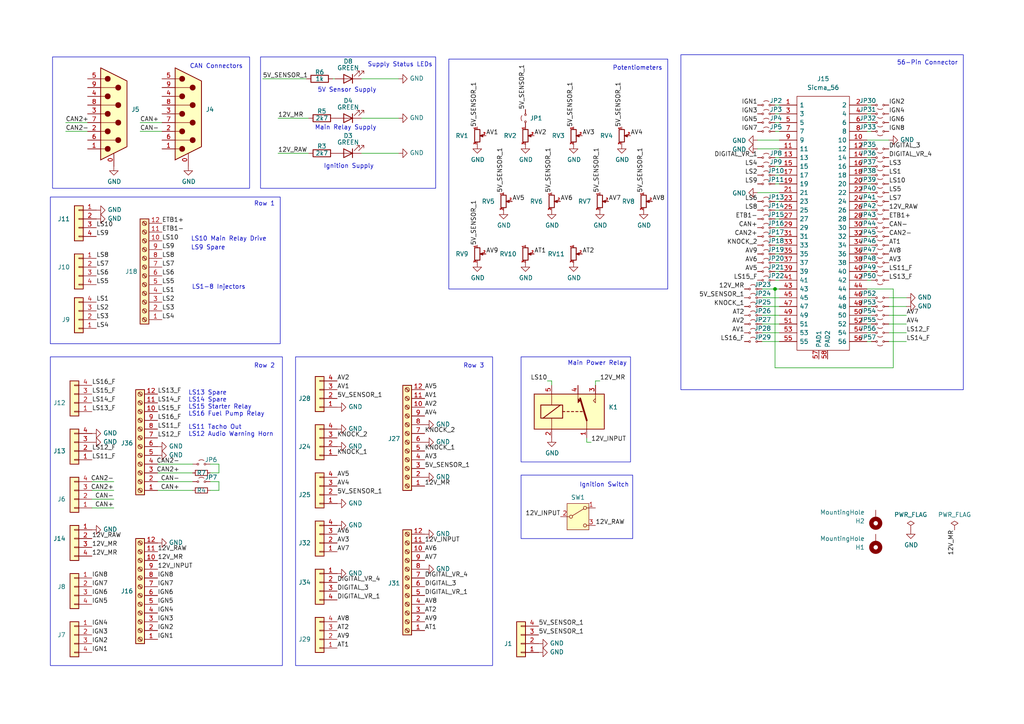
<source format=kicad_sch>
(kicad_sch (version 20231120) (generator "eeschema") (generator_version "8.0")
  (paper "A4")
  (title_block (title "rusEfi Proteus") (date "2022-04-09") (rev "v0.7") (company "rusEFI") (comment 1 "github.com/mck1117/proteus") (comment 2 "rusefi.com/s/proteus"))
  (junction (at 224.79 83.82))
  (wire (pts (xy 224.79 81.28) (xy 226.06 81.28)))
  (wire (pts (xy 40.64 38.1) (xy 46.99 38.1)))
  (wire (pts (xy 251.46 76.2) (xy 252.73 76.2)))
  (wire (pts (xy 251.46 88.9) (xy 252.73 88.9)))
  (wire (pts (xy 33.02 147.32) (xy 26.67 147.32)))
  (wire (pts (xy 45.72 139.7) (xy 55.88 139.7)))
  (wire (pts (xy 60.96 142.24) (xy 63.5 142.24)))
  (wire (pts (xy 220.98 86.36) (xy 226.06 86.36)))
  (wire (pts (xy 251.46 78.74) (xy 252.73 78.74)))
  (wire (pts (xy 224.79 68.58) (xy 226.06 68.58)))
  (wire (pts (xy 224.79 73.66) (xy 226.06 73.66)))
  (wire (pts (xy 219.71 55.88) (xy 226.06 55.88)))
  (wire (pts (xy 45.72 134.62) (xy 55.88 134.62)))
  (wire (pts (xy 220.98 96.52) (xy 226.06 96.52)))
  (wire (pts (xy 45.72 137.16) (xy 55.88 137.16)))
  (wire (pts (xy 259.08 106.68) (xy 224.79 106.68)))
  (wire (pts (xy 251.46 40.64) (xy 257.81 40.64)))
  (wire (pts (xy 251.46 91.44) (xy 252.73 91.44)))
  (wire (pts (xy 251.46 99.06) (xy 252.73 99.06)))
  (wire (pts (xy 115.57 22.86) (xy 104.775 22.86)))
  (wire (pts (xy 224.79 60.96) (xy 226.06 60.96)))
  (wire (pts (xy 251.46 50.8) (xy 252.73 50.8)))
  (wire (pts (xy 251.46 45.72) (xy 252.73 45.72)))
  (wire (pts (xy 76.2 22.86) (xy 88.9 22.86)))
  (wire (pts (xy 224.79 83.82) (xy 226.06 83.82)))
  (wire (pts (xy 104.775 44.45) (xy 115.57 44.45)))
  (wire (pts (xy 251.46 48.26) (xy 252.73 48.26)))
  (wire (pts (xy 158.75 110.49) (xy 160.02 110.49)))
  (wire (pts (xy 224.79 63.5) (xy 226.06 63.5)))
  (wire (pts (xy 251.46 93.98) (xy 252.73 93.98)))
  (wire (pts (xy 251.46 60.96) (xy 252.73 60.96)))
  (wire (pts (xy 251.46 68.58) (xy 252.73 68.58)))
  (wire (pts (xy 224.79 106.68) (xy 224.79 83.82)))
  (wire (pts (xy 220.98 91.44) (xy 226.06 91.44)))
  (wire (pts (xy 224.79 71.12) (xy 226.06 71.12)))
  (wire (pts (xy 224.79 35.56) (xy 226.06 35.56)))
  (wire (pts (xy 251.46 55.88) (xy 252.73 55.88)))
  (wire (pts (xy 220.98 88.9) (xy 226.06 88.9)))
  (wire (pts (xy 224.79 58.42) (xy 226.06 58.42)))
  (wire (pts (xy 224.79 53.34) (xy 226.06 53.34)))
  (wire (pts (xy 33.02 142.24) (xy 26.67 142.24)))
  (wire (pts (xy 251.46 86.36) (xy 252.73 86.36)))
  (wire (pts (xy 19.05 35.56) (xy 25.4 35.56)))
  (wire (pts (xy 220.98 93.98) (xy 226.06 93.98)))
  (wire (pts (xy 251.46 58.42) (xy 252.73 58.42)))
  (wire (pts (xy 224.79 66.04) (xy 226.06 66.04)))
  (wire (pts (xy 60.96 134.62) (xy 63.5 134.62)))
  (wire (pts (xy 262.89 99.06) (xy 257.81 99.06)))
  (wire (pts (xy 19.05 38.1) (xy 25.4 38.1)))
  (wire (pts (xy 220.98 83.82) (xy 224.79 83.82)))
  (wire (pts (xy 251.46 66.04) (xy 252.73 66.04)))
  (wire (pts (xy 224.79 50.8) (xy 226.06 50.8)))
  (wire (pts (xy 171.45 128.27) (xy 170.18 128.27)))
  (wire (pts (xy 224.79 48.26) (xy 226.06 48.26)))
  (wire (pts (xy 219.71 43.18) (xy 226.06 43.18)))
  (wire (pts (xy 224.79 76.2) (xy 226.06 76.2)))
  (wire (pts (xy 251.46 63.5) (xy 252.73 63.5)))
  (wire (pts (xy 259.08 83.82) (xy 259.08 106.68)))
  (wire (pts (xy 262.89 86.36) (xy 257.81 86.36)))
  (wire (pts (xy 170.18 128.27) (xy 170.18 127)))
  (wire (pts (xy 160.02 110.49) (xy 160.02 111.76)))
  (wire (pts (xy 262.89 96.52) (xy 257.81 96.52)))
  (wire (pts (xy 45.72 142.24) (xy 55.88 142.24)))
  (wire (pts (xy 251.46 73.66) (xy 252.73 73.66)))
  (wire (pts (xy 251.46 35.56) (xy 252.73 35.56)))
  (wire (pts (xy 251.46 30.48) (xy 252.73 30.48)))
  (wire (pts (xy 262.89 88.9) (xy 257.81 88.9)))
  (wire (pts (xy 262.89 93.98) (xy 257.81 93.98)))
  (wire (pts (xy 63.5 137.16) (xy 63.5 134.62)))
  (wire (pts (xy 251.46 81.28) (xy 252.73 81.28)))
  (wire (pts (xy 80.645 44.45) (xy 89.535 44.45)))
  (wire (pts (xy 33.02 139.7) (xy 26.67 139.7)))
  (wire (pts (xy 220.98 99.06) (xy 226.06 99.06)))
  (wire (pts (xy 224.79 33.02) (xy 226.06 33.02)))
  (wire (pts (xy 172.72 110.49) (xy 172.72 111.76)))
  (wire (pts (xy 60.96 137.16) (xy 63.5 137.16)))
  (wire (pts (xy 63.5 142.24) (xy 63.5 139.7)))
  (wire (pts (xy 224.79 45.72) (xy 226.06 45.72)))
  (wire (pts (xy 251.46 96.52) (xy 252.73 96.52)))
  (wire (pts (xy 251.46 53.34) (xy 252.73 53.34)))
  (wire (pts (xy 251.46 33.02) (xy 252.73 33.02)))
  (wire (pts (xy 224.79 30.48) (xy 226.06 30.48)))
  (wire (pts (xy 224.79 38.1) (xy 226.06 38.1)))
  (wire (pts (xy 224.79 78.74) (xy 226.06 78.74)))
  (wire (pts (xy 251.46 71.12) (xy 252.73 71.12)))
  (wire (pts (xy 80.645 34.29) (xy 89.535 34.29)))
  (wire (pts (xy 40.64 35.56) (xy 46.99 35.56)))
  (wire (pts (xy 251.46 38.1) (xy 252.73 38.1)))
  (wire (pts (xy 251.46 43.18) (xy 252.73 43.18)))
  (wire (pts (xy 60.96 139.7) (xy 63.5 139.7)))
  (wire (pts (xy 172.72 110.49) (xy 173.99 110.49)))
  (wire (pts (xy 251.46 83.82) (xy 259.08 83.82)))
  (wire (pts (xy 262.89 91.44) (xy 257.81 91.44)))
  (wire (pts (xy 33.02 144.78) (xy 26.67 144.78)))
  (wire (pts (xy 219.71 40.64) (xy 226.06 40.64)))
  (wire (pts (xy 104.775 34.29) (xy 115.57 34.29)))
  (wire (pts (xy 96.52 22.86) (xy 97.155 22.86)))
  (rectangle (start 14.605 103.505) (end 81.915 193.04))
  (rectangle (start 130.175 17.145) (end 193.675 83.82))
  (rectangle (start 85.725 103.505) (end 142.875 193.04))
  (rectangle (start 14.605 57.15) (end 81.28 99.695))
  (rectangle (start 15.24 16.51) (end 72.39 54.61))
  (rectangle (start 151.13 103.505) (end 182.88 133.985))
  (rectangle (start 75.565 16.51) (end 126.365 54.61))
  (rectangle (start 197.485 15.875) (end 279.4 113.03))
  (rectangle (start 151.13 137.795) (end 183.515 156.21))
  (text "Ignition Switch" (at 175.26 140.716 0) (effects (font (size 1.27 1.27))))
  (text "LS9 Spare" (at 55.372 72.644 0) (effects (font (size 1.27 1.27)) (justify left bottom)))
  (text "LS1-8 Injectors" (at 55.626 84.074 0) (effects (font (size 1.27 1.27)) (justify left bottom)))
  (text "Supply Status LEDs" (at 125.476 19.558 0) (effects (font (size 1.27 1.27)) (justify right bottom)))
  (text "Row 1" (at 76.708 59.182 0) (effects (font (size 1.27 1.27))))
  (text "Main Power Relay" (at 173.228 105.41 0) (effects (font (size 1.27 1.27))))
  (text "56-Pin Connector" (at 268.986 18.288 0) (effects (font (size 1.27 1.27))))
  (text "CAN Connectors" (at 62.738 19.304 0) (effects (font (size 1.27 1.27))))
  (text "LS10 Main Relay Drive" (at 55.372 70.104 0) (effects (font (size 1.27 1.27)) (justify left bottom)))
  (text "LS13 Spare\nLS14 Spare\nLS15 Starter Relay\nLS16 Fuel Pump Relay\n\n\n" (at 54.61 124.968 0) (effects (font (size 1.27 1.27)) (justify left bottom)))
  (text "Main Relay Supply" (at 109.22 37.846 0) (effects (font (size 1.27 1.27)) (justify right bottom)))
  (text "Row 2" (at 76.708 106.172 0) (effects (font (size 1.27 1.27))))
  (text "LS11 Tacho Out\nLS12 Audio Warning Horn\n" (at 54.61 126.746 0) (effects (font (size 1.27 1.27)) (justify left bottom)))
  (text "Potentiometers" (at 184.912 19.812 0) (effects (font (size 1.27 1.27))))
  (text "Row 3" (at 137.414 106.172 0) (effects (font (size 1.27 1.27))))
  (text "Ignition Supply" (at 108.458 49.022 0) (effects (font (size 1.27 1.27)) (justify right bottom)))
  (text "5V Sensor Supply" (at 109.22 26.924 0) (effects (font (size 1.27 1.27)) (justify right bottom)))
  (label "AT1" (at 154.94 73.66 0))
  (label "AV2" (at 215.9 93.98 180))
  (label "ETB1-" (at 46.99 67.31 0))
  (label "IGN7" (at 219.71 38.1 180))
  (label "LS10" (at 46.99 69.85 0))
  (label "LS3" (at 27.94 92.71 0))
  (label "KNOCK_1" (at 123.19 130.81 0))
  (label "AV9" (at 123.19 180.34 0))
  (label "DIGITAL_VR_4" (at 257.81 45.72 0))
  (label "5V_SENSOR_1" (at 76.2 22.86 0))
  (label "LS9" (at 219.71 53.34 180))
  (label "LS12_F" (at 45.72 127 0))
  (label "LS11_F" (at 45.72 124.46 0))
  (label "5V_SENSOR_1" (at 123.19 135.89 0))
  (label "IGN3" (at 219.71 33.02 180))
  (label "LS1" (at 46.99 85.09 0))
  (label "5V_SENSOR_1" (at 156.21 181.61 0))
  (label "LS9" (at 46.99 72.39 0))
  (label "CAN2+" (at 219.71 68.58 180))
  (label "LS1" (at 27.94 87.63 0))
  (label "DIGITAL_VR_4" (at 97.79 168.91 0))
  (label "AT2" (at 168.91 73.66 0))
  (label "AV6" (at 123.19 160.02 0))
  (label "LS4" (at 46.99 92.71 0))
  (label "ETB1-" (at 219.71 63.5 180))
  (label "AV6" (at 97.79 154.94 0))
  (label "DIGITAL_3" (at 257.81 43.18 0))
  (label "IGN6" (at 45.72 172.72 0))
  (label "LS9" (at 27.94 68.58 0))
  (label "LS16_F" (at 45.72 121.92 0))
  (label "12V_MR" (at 173.99 110.49 0))
  (label "5V_SENSOR_1" (at 160.02 55.88 90))
  (label "AV4" (at 97.79 140.97 0))
  (label "IGN2" (at 45.72 182.88 0))
  (label "DIGITAL_VR_4" (at 123.19 167.64 0))
  (label "LS16_F" (at 26.67 111.76 0))
  (label "AT1" (at 123.19 182.88 0))
  (label "LS10" (at 27.94 66.04 0))
  (label "CAN2-" (at 52.07 134.62 180))
  (label "AV5" (at 97.79 138.43 0))
  (label "DIGITAL_3" (at 123.19 170.18 0))
  (label "CAN-" (at 52.07 139.7 180))
  (label "LS14_F" (at 26.67 116.84 0))
  (label "AV8" (at 97.79 180.34 0))
  (label "AV4" (at 182.88 39.37 0))
  (label "CAN+" (at 33.02 147.32 180))
  (label "5V_SENSOR_1" (at 146.05 55.88 90))
  (label "IGN1" (at 45.72 185.42 0))
  (label "LS5" (at 257.81 55.88 0))
  (label "IGN1" (at 219.71 30.48 180))
  (label "IGN6" (at 257.81 35.56 0))
  (label "IGN4" (at 257.81 33.02 0))
  (label "LS12_F" (at 262.89 96.52 0))
  (label "LS14_F" (at 45.72 116.84 0))
  (label "LS14_F" (at 262.89 99.06 0))
  (label "12V_MR" (at 26.67 158.75 0))
  (label "LS4" (at 27.94 95.25 0))
  (label "LS7" (at 46.99 77.47 0))
  (label "LS1" (at 257.81 50.8 0))
  (label "LS5" (at 46.99 82.55 0))
  (label "5V_SENSOR_1" (at 138.43 36.83 90))
  (label "AV2" (at 97.79 110.49 0))
  (label "AV4" (at 262.89 93.98 0))
  (label "AV8" (at 189.23 58.42 0))
  (label "12V_MR" (at 26.67 161.29 0))
  (label "CAN2+" (at 19.05 35.56 0))
  (label "CAN-" (at 33.02 144.78 180))
  (label "IGN8" (at 257.81 38.1 0))
  (label "AT1" (at 97.79 187.96 0))
  (label "12V_MR" (at 276.86 153.67 270))
  (label "AV8" (at 257.81 73.66 0))
  (label "5V_SENSOR_1" (at 97.79 115.57 0))
  (label "AV4" (at 123.19 120.65 0))
  (label "12V_RAW" (at 257.81 60.96 0))
  (label "AV2" (at 154.94 39.37 0))
  (label "LS8" (at 27.94 74.93 0))
  (label "AV6" (at 219.71 76.2 180))
  (label "LS10" (at 257.81 53.34 0))
  (label "AT2" (at 123.19 177.8 0))
  (label "AV5" (at 148.59 58.42 0))
  (label "AV7" (at 123.19 162.56 0))
  (label "LS10" (at 158.75 110.49 180))
  (label "CAN+" (at 219.71 66.04 180))
  (label "12V_INPUT" (at 162.56 149.86 180))
  (label "AV9" (at 219.71 73.66 180))
  (label "LS4" (at 219.71 48.26 180))
  (label "AT2" (at 215.9 91.44 180))
  (label "12V_RAW" (at 80.645 44.45 0))
  (label "IGN1" (at 26.67 189.23 0))
  (label "AV5" (at 123.19 113.03 0))
  (label "KNOCK_1" (at 97.79 132.08 0))
  (label "IGN4" (at 45.72 177.8 0))
  (label "LS13_F" (at 45.72 114.3 0))
  (label "IGN5" (at 45.72 175.26 0))
  (label "LS13_F" (at 26.67 119.38 0))
  (label "LS7" (at 27.94 77.47 0))
  (label "AV7" (at 262.89 91.44 0))
  (label "KNOCK_2" (at 97.79 127 0))
  (label "LS15_F" (at 45.72 119.38 0))
  (label "AV3" (at 257.81 76.2 0))
  (label "AV1" (at 123.19 115.57 0))
  (label "IGN8" (at 26.67 167.64 0))
  (label "5V_SENSOR_1" (at 173.99 55.88 90))
  (label "CAN+" (at 40.64 35.56 0))
  (label "LS6" (at 219.71 58.42 180))
  (label "IGN3" (at 26.67 184.15 0))
  (label "AT2" (at 97.79 182.88 0))
  (label "LS7" (at 257.81 58.42 0))
  (label "LS8" (at 219.71 60.96 180))
  (label "AV3" (at 168.91 39.37 0))
  (label "AV9" (at 140.97 73.66 0))
  (label "LS11_F" (at 257.81 78.74 0))
  (label "CAN-" (at 40.64 38.1 0))
  (label "12V_INPUT" (at 45.72 165.1 0))
  (label "12V_RAW" (at 45.72 160.02 0))
  (label "LS6" (at 27.94 80.01 0))
  (label "AV3" (at 97.79 157.48 0))
  (label "IGN2" (at 257.81 30.48 0))
  (label "5V_SENSOR_1" (at 215.9 86.36 180))
  (label "LS13_F" (at 257.81 81.28 0))
  (label "AV7" (at 97.79 160.02 0))
  (label "CAN2-" (at 19.05 38.1 0))
  (label "12V_MR" (at 123.19 140.97 0))
  (label "AV5" (at 219.71 78.74 180))
  (label "ETB1+" (at 257.81 63.5 0))
  (label "KNOCK_2" (at 219.71 71.12 180))
  (label "LS15_F" (at 26.67 114.3 0))
  (label "LS11_F" (at 26.67 133.35 0))
  (label "CAN2-" (at 33.02 139.7 180))
  (label "LS3" (at 257.81 48.26 0))
  (label "KNOCK_1" (at 215.9 88.9 180))
  (label "5V_SENSOR_1" (at 138.43 71.12 90))
  (label "AV7" (at 176.53 58.42 0))
  (label "LS8" (at 46.99 74.93 0))
  (label "LS12_F" (at 26.67 130.81 0))
  (label "LS2" (at 219.71 50.8 180))
  (label "DIGITAL_3" (at 97.79 171.45 0))
  (label "CAN+" (at 52.07 142.24 180))
  (label "LS2" (at 46.99 87.63 0))
  (label "LS15_F" (at 219.71 81.28 180))
  (label "DIGITAL_VR_1" (at 219.71 45.72 180))
  (label "CAN2+" (at 33.02 142.24 180))
  (label "12V_RAW" (at 172.72 152.4 0))
  (label "ETB1+" (at 46.99 64.77 0))
  (label "5V_SENSOR_1" (at 180.34 36.83 90))
  (label "IGN4" (at 26.67 181.61 0))
  (label "IGN8" (at 45.72 167.64 0))
  (label "12V_MR" (at 45.72 162.56 0))
  (label "5V_SENSOR_1" (at 97.79 143.51 0))
  (label "12V_INPUT" (at 123.19 157.48 0))
  (label "DIGITAL_VR_1" (at 123.19 172.72 0))
  (label "AV1" (at 140.97 39.37 0))
  (label "DIGITAL_VR_1" (at 97.79 173.99 0))
  (label "AV1" (at 97.79 113.03 0))
  (label "12V_RAW" (at 26.67 156.21 0))
  (label "IGN3" (at 45.72 180.34 0))
  (label "IGN6" (at 26.67 172.72 0))
  (label "5V_SENSOR_1" (at 156.21 184.15 0))
  (label "LS5" (at 27.94 82.55 0))
  (label "IGN5" (at 219.71 35.56 180))
  (label "IGN7" (at 45.72 170.18 0))
  (label "AT1" (at 257.81 71.12 0))
  (label "12V_MR" (at 80.645 34.29 0))
  (label "LS6" (at 46.99 80.01 0))
  (label "AV3" (at 123.19 133.35 0))
  (label "CAN2+" (at 52.07 137.16 180))
  (label "AV6" (at 162.56 58.42 0))
  (label "CAN-" (at 257.81 66.04 0))
  (label "AV9" (at 97.79 185.42 0))
  (label "5V_SENSOR_1" (at 186.69 55.88 90))
  (label "LS3" (at 46.99 90.17 0))
  (label "LS16_F" (at 215.9 99.06 180))
  (label "KNOCK_2" (at 123.19 125.73 0))
  (label "12V_INPUT" (at 171.45 128.27 0))
  (label "5V_SENSOR_1" (at 152.4 31.75 90))
  (label "AV1" (at 215.9 96.52 180))
  (label "IGN2" (at 26.67 186.69 0))
  (label "AV8" (at 123.19 175.26 0))
  (label "CAN2-" (at 257.81 68.58 0))
  (label "AV2" (at 123.19 118.11 0))
  (label "12V_MR" (at 215.9 83.82 180))
  (label "LS2" (at 27.94 90.17 0))
  (label "IGN5" (at 26.67 175.26 0))
  (label "IGN7" (at 26.67 170.18 0))
  (label "5V_SENSOR_1" (at 166.37 36.83 90))
  (symbol (lib_id "power:GND") (at 219.71 55.88 270) (unit 1)
    (property "Reference" "#PWR06" (effects (hide yes)))
    (property "Value" "GND" (at 216.4588 56.007 90) (effects (justify right)))
  )
  (symbol (lib_id "power:PWR_FLAG") (at 276.86 153.67 0) (unit 1)
    (property "Reference" "#FLG02" (effects (hide yes)))
    (property "Value" "PWR_FLAG" (at 276.86 149.2758 0))
  )
  (symbol (lib_id "power:GND") (at 264.16 153.67 0) (unit 1)
    (property "Reference" "#PWR07" (effects (hide yes)))
    (property "Value" "GND" (at 264.287 158.0642 0))
  )
  (symbol (lib_id "power:PWR_FLAG") (at 264.16 153.67 0) (unit 1)
    (property "Reference" "#FLG01" (effects (hide yes)))
    (property "Value" "PWR_FLAG" (at 264.16 149.2758 0))
  )
  (symbol (lib_id "power:GND") (at 257.81 40.64 90) (unit 1)
    (property "Reference" "#PWR010" (effects (hide yes)))
    (property "Value" "GND" (at 261.0612 40.513 90) (effects (justify right)))
  )
  (symbol (lib_id "power:GND") (at 219.71 40.64 270) (unit 1)
    (property "Reference" "#PWR012" (effects (hide yes)))
    (property "Value" "GND" (at 216.4588 40.767 90) (effects (justify right)))
  )
  (symbol (lib_id "Connector_Generic:Conn_01x04") (at 21.59 130.81 180) (unit 1)
    (property "Reference" "J13" (at 19.05 130.81 0) (effects (justify left)))
    (property "Value" "Conn_01x01" (effects (hide yes)))
    (property "Footprint" "Connector_PinHeader_2.54mm:PinHeader_1x04_P2.54mm_Vertical" (effects (hide yes)))
    (property "Description" "Generic connector, single row, 01x04, script generated (kicad-library-utils/schlib/autogen/connector/)" (effects (hide yes)))
    (property "LCSC" "N/A" (effects (hide yes)))
  )
  (symbol (lib_id "Switch:SW_SPDT") (at 167.64 149.86 0) (unit 1)
    (property "Reference" "SW1" (at 167.64 144.272 0))
    (property "Value" "SW_SPDT" (effects (hide yes)))
    (property "Footprint" "footprints:SW_Toggle_Blue_wSlots" (effects (hide yes)))
    (property "Description" "Switch, single pole double throw" (effects (hide yes)))
  )
  (symbol (lib_id "Jumper:Jumper_2_Small_Open") (at 222.25 73.66 0) (unit 1) (exclude_from_sim yes)
    (property "Reference" "JP19" (at 225.044 72.39 0))
    (property "Value" "Jumper_2_Bridged" (effects (hide yes)))
    (property "Footprint" "Connector_PinHeader_2.54mm:PinHeader_1x02_P2.54mm_Vertical" (effects (hide yes)))
    (property "Description" "Jumper, 2-pole, small symbol, open" (effects (hide yes)))
  )
  (symbol (lib_id "Jumper:Jumper_2_Small_Open") (at 152.4 34.29 90) (unit 1) (exclude_from_sim yes)
    (property "Reference" "JP1" (at 153.67 34.2899 90) (effects (justify right)))
    (property "Value" "Jumper_2_Bridged" (effects (hide yes)))
    (property "Footprint" "Jumper:SolderJumper-2_P1.3mm_Open_RoundedPad1.0x1.5mm" (effects (hide yes)))
    (property "Description" "Jumper, 2-pole, small symbol, open" (effects (hide yes)))
  )
  (symbol (lib_id "Device:R") (at 93.345 34.29 90) (unit 1)
    (property "Reference" "R5" (at 93.345 32.258 90))
    (property "Value" "2k7" (at 93.345 34.29 90))
    (property "Footprint" "Resistor_SMD:R_0805_2012Metric" (effects (hide yes)))
    (property "LCSC" "C138017" (effects (hide yes)))
  )
  (symbol (lib_id "power:GND") (at 115.57 44.45 90) (unit 1)
    (property "Reference" "#PWR027" (effects (hide yes)))
    (property "Value" "GND" (at 118.8212 44.323 90) (effects (justify right)))
  )
  (symbol (lib_id "power:GND") (at 115.57 22.86 90) (unit 1)
    (property "Reference" "#PWR032" (effects (hide yes)))
    (property "Value" "GND" (at 118.8212 22.733 90) (effects (justify right)))
  )
  (symbol (lib_id "Device:R_Potentiometer_Small") (at 160.02 58.42 0) (unit 1)
    (property "Reference" "RV6" (at 157.48 58.4199 0) (effects (justify right)))
    (property "Value" "R_Potentiometer_Small" (effects (hide yes)))
    (property "Footprint" "Potentiometer_THT:Potentiometer_Alps_RK09K_Single_Vertical" (effects (hide yes)))
    (property "Description" "Potentiometer" (effects (hide yes)))
  )
  (symbol (lib_id "Jumper:Jumper_2_Small_Open") (at 255.27 86.36 180) (unit 1) (exclude_from_sim yes)
    (property "Reference" "JP52" (at 251.714 85.09 0))
    (property "Value" "Jumper_2_Bridged" (effects (hide yes)))
    (property "Footprint" "Connector_PinHeader_2.54mm:PinHeader_1x02_P2.54mm_Vertical" (effects (hide yes)))
    (property "Description" "Jumper, 2-pole, small symbol, open" (effects (hide yes)))
  )
  (symbol (lib_id "power:GND") (at 152.4 76.2 0) (unit 1)
    (property "Reference" "#PWR053" (effects (hide yes)))
    (property "Value" "GND" (at 152.527 80.5942 0))
  )
  (symbol (lib_id "power:GND") (at 45.72 129.54 90) (unit 1)
    (property "Reference" "#PWR029" (effects (hide yes)))
    (property "Value" "GND" (at 48.9712 129.413 90) (effects (justify right)))
  )
  (symbol (lib_id "Device:R_Potentiometer_Small") (at 138.43 73.66 0) (unit 1)
    (property "Reference" "RV9" (at 135.89 73.6599 0) (effects (justify right)))
    (property "Value" "R_Potentiometer_Small" (effects (hide yes)))
    (property "Footprint" "Potentiometer_THT:Potentiometer_Alps_RK09K_Single_Vertical" (effects (hide yes)))
    (property "Description" "Potentiometer" (effects (hide yes)))
  )
  (symbol (lib_id "power:GND") (at 160.02 127 0) (unit 1)
    (property "Reference" "#PWR011" (effects (hide yes)))
    (property "Value" "GND" (at 160.147 131.3942 0))
  )
  (symbol (lib_id "Connector_Generic:Conn_01x04") (at 151.13 186.69 180) (unit 1)
    (property "Reference" "J1" (at 148.59 186.69 0) (effects (justify left)))
    (property "Value" "Conn_01x01" (effects (hide yes)))
    (property "Footprint" "Connector_PinHeader_2.54mm:PinHeader_1x04_P2.54mm_Vertical" (effects (hide yes)))
    (property "Description" "Generic connector, single row, 01x04, script generated (kicad-library-utils/schlib/autogen/connector/)" (effects (hide yes)))
    (property "LCSC" "N/A" (effects (hide yes)))
  )
  (symbol (lib_id "Jumper:Jumper_2_Small_Open") (at 222.25 76.2 0) (unit 1) (exclude_from_sim yes)
    (property "Reference" "JP20" (at 225.044 74.93 0))
    (property "Value" "Jumper_2_Bridged" (effects (hide yes)))
    (property "Footprint" "Connector_PinHeader_2.54mm:PinHeader_1x02_P2.54mm_Vertical" (effects (hide yes)))
    (property "Description" "Jumper, 2-pole, small symbol, open" (effects (hide yes)))
  )
  (symbol (lib_id "Connector_Generic:Conn_01x04") (at 22.86 77.47 0) (mirror y) (unit 1)
    (property "Reference" "J10" (at 20.32 77.47 0) (effects (justify left)))
    (property "Value" "Conn_01x01" (effects (hide yes)))
    (property "Footprint" "Connector_PinHeader_2.54mm:PinHeader_1x04_P2.54mm_Vertical" (effects (hide yes)))
    (property "Description" "Generic connector, single row, 01x04, script generated (kicad-library-utils/schlib/autogen/connector/)" (effects (hide yes)))
    (property "LCSC" "N/A" (effects (hide yes)))
  )
  (symbol (lib_id "power:GND") (at 115.57 34.29 90) (unit 1)
    (property "Reference" "#PWR030" (effects (hide yes)))
    (property "Value" "GND" (at 118.8212 34.163 90) (effects (justify right)))
  )
  (symbol (lib_id "power:GND") (at 54.61 48.26 0) (unit 1)
    (property "Reference" "#PWR08" (effects (hide yes)))
    (property "Value" "GND" (at 54.737 52.6542 0))
  )
  (symbol (lib_id "Jumper:Jumper_2_Small_Open") (at 218.44 91.44 0) (unit 1) (exclude_from_sim yes)
    (property "Reference" "JP26" (at 221.234 90.17 0))
    (property "Value" "Jumper_2_Bridged" (effects (hide yes)))
    (property "Footprint" "Connector_PinHeader_2.54mm:PinHeader_1x02_P2.54mm_Vertical" (effects (hide yes)))
    (property "Description" "Jumper, 2-pole, small symbol, open" (effects (hide yes)))
  )
  (symbol (lib_id "power:GND") (at 123.19 138.43 90) (unit 1)
    (property "Reference" "#PWR020" (effects (hide yes)))
    (property "Value" "GND" (at 126.4412 138.303 90) (effects (justify right)))
  )
  (symbol (lib_id "Mechanical:MountingHole_Pad") (at 254 150.495 180) (unit 1) (in_bom no)
    (property "Reference" "H2" (at 250.825 151.13 0) (effects (justify left)))
    (property "Value" "MountingHole" (at 250.825 148.59 0) (effects (justify left)))
    (property "Footprint" "MountingHole:MountingHole_4mm_Pad_Via" (effects (hide yes)))
  )
  (symbol (lib_id "Jumper:Jumper_2_Small_Open") (at 255.27 35.56 180) (unit 1) (exclude_from_sim yes)
    (property "Reference" "JP32" (at 251.714 34.29 0))
    (property "Value" "Jumper_2_Bridged" (effects (hide yes)))
    (property "Footprint" "Connector_PinHeader_2.54mm:PinHeader_1x02_P2.54mm_Vertical" (effects (hide yes)))
    (property "Description" "Jumper, 2-pole, small symbol, open" (effects (hide yes)))
  )
  (symbol (lib_id "power:GND") (at 156.21 189.23 90) (unit 1)
    (property "Reference" "#PWR02" (effects (hide yes)))
    (property "Value" "GND" (at 159.4612 189.103 90) (effects (justify right)))
  )
  (symbol (lib_id "Device:R_Potentiometer_Small") (at 152.4 73.66 0) (unit 1)
    (property "Reference" "RV10" (at 149.86 73.6599 0) (effects (justify right)))
    (property "Value" "R_Potentiometer_Small" (effects (hide yes)))
    (property "Footprint" "Potentiometer_THT:Potentiometer_Alps_RK09K_Single_Vertical" (effects (hide yes)))
    (property "Description" "Potentiometer" (effects (hide yes)))
  )
  (symbol (lib_id "power:GND") (at 262.89 86.36 90) (unit 1)
    (property "Reference" "#PWR05" (effects (hide yes)))
    (property "Value" "GND" (at 266.1412 86.233 90) (effects (justify right)))
  )
  (symbol (lib_id "Device:R_Potentiometer_Small") (at 138.43 39.37 0) (unit 1)
    (property "Reference" "RV1" (at 135.89 39.3699 0) (effects (justify right)))
    (property "Value" "R_Potentiometer_Small" (effects (hide yes)))
    (property "Footprint" "Potentiometer_THT:Potentiometer_Alps_RK09K_Single_Vertical" (effects (hide yes)))
    (property "Description" "Potentiometer" (effects (hide yes)))
  )
  (symbol (lib_id "power:GND") (at 97.79 129.54 90) (unit 1)
    (property "Reference" "#PWR014" (effects (hide yes)))
    (property "Value" "GND" (at 101.0412 129.413 90) (effects (justify right)))
  )
  (symbol (lib_id "Jumper:Jumper_2_Small_Open") (at 255.27 45.72 180) (unit 1) (exclude_from_sim yes)
    (property "Reference" "JP36" (at 251.714 44.45 0))
    (property "Value" "Jumper_2_Bridged" (effects (hide yes)))
    (property "Footprint" "Connector_PinHeader_2.54mm:PinHeader_1x02_P2.54mm_Vertical" (effects (hide yes)))
    (property "Description" "Jumper, 2-pole, small symbol, open" (effects (hide yes)))
  )
  (symbol (lib_id "Jumper:Jumper_2_Small_Open") (at 222.25 68.58 0) (unit 1) (exclude_from_sim yes)
    (property "Reference" "JP17" (at 225.044 67.31 0))
    (property "Value" "Jumper_2_Bridged" (effects (hide yes)))
    (property "Footprint" "Connector_PinHeader_2.54mm:PinHeader_1x02_P2.54mm_Vertical" (effects (hide yes)))
    (property "Description" "Jumper, 2-pole, small symbol, open" (effects (hide yes)))
  )
  (symbol (lib_id "power:GND") (at 166.37 41.91 0) (unit 1)
    (property "Reference" "#PWR041" (effects (hide yes)))
    (property "Value" "GND" (at 166.497 46.3042 0))
  )
  (symbol (lib_id "Jumper:Jumper_2_Small_Open") (at 255.27 73.66 180) (unit 1) (exclude_from_sim yes)
    (property "Reference" "JP47" (at 251.714 72.39 0))
    (property "Value" "Jumper_2_Bridged" (effects (hide yes)))
    (property "Footprint" "Connector_PinHeader_2.54mm:PinHeader_1x02_P2.54mm_Vertical" (effects (hide yes)))
    (property "Description" "Jumper, 2-pole, small symbol, open" (effects (hide yes)))
  )
  (symbol (lib_id "power:GND") (at 186.69 60.96 0) (unit 1)
    (property "Reference" "#PWR051" (effects (hide yes)))
    (property "Value" "GND" (at 186.817 65.3542 0))
  )
  (symbol (lib_id "Jumper:Jumper_2_Small_Open") (at 222.25 66.04 0) (unit 1) (exclude_from_sim yes)
    (property "Reference" "JP16" (at 225.044 64.77 0))
    (property "Value" "Jumper_2_Bridged" (effects (hide yes)))
    (property "Footprint" "Connector_PinHeader_2.54mm:PinHeader_1x02_P2.54mm_Vertical" (effects (hide yes)))
    (property "Description" "Jumper, 2-pole, small symbol, open" (effects (hide yes)))
  )
  (symbol (lib_id "Connector:DE9_Plug_MountingHoles") (at 54.61 33.02 0) (unit 1)
    (property "Reference" "J4" (at 59.69 31.7499 0) (effects (justify left)))
    (property "Value" "DE9_Plug_MountingHoles" (effects (hide yes)))
    (property "Footprint" "Connector_Dsub:DSUB-9_Female_Vertical_P2.77x2.84mm_MountingHoles" (effects (hide yes)))
    (property "Description" "9-pin male plug pin D-SUB connector, Mounting Hole" (effects (hide yes)))
  )
  (symbol (lib_id "power:GND") (at 97.79 124.46 90) (unit 1)
    (property "Reference" "#PWR016" (effects (hide yes)))
    (property "Value" "GND" (at 101.0412 124.333 90) (effects (justify right)))
  )
  (symbol (lib_id "Jumper:Jumper_2_Small_Open") (at 255.27 96.52 180) (unit 1) (exclude_from_sim yes)
    (property "Reference" "JP56" (at 251.714 95.25 0))
    (property "Value" "Jumper_2_Bridged" (effects (hide yes)))
    (property "Footprint" "Connector_PinHeader_2.54mm:PinHeader_1x02_P2.54mm_Vertical" (effects (hide yes)))
    (property "Description" "Jumper, 2-pole, small symbol, open" (effects (hide yes)))
  )
  (symbol (lib_id "Jumper:Jumper_2_Small_Open") (at 255.27 78.74 180) (unit 1) (exclude_from_sim yes)
    (property "Reference" "JP49" (at 251.714 77.47 0))
    (property "Value" "Jumper_2_Bridged" (effects (hide yes)))
    (property "Footprint" "Connector_PinHeader_2.54mm:PinHeader_1x02_P2.54mm_Vertical" (effects (hide yes)))
    (property "Description" "Jumper, 2-pole, small symbol, open" (effects (hide yes)))
  )
  (symbol (lib_id "Jumper:Jumper_2_Small_Open") (at 58.42 139.7 0) (unit 1) (exclude_from_sim yes)
    (property "Reference" "JP7" (at 61.214 138.43 0))
    (property "Value" "Jumper_2_Bridged" (effects (hide yes)))
    (property "Footprint" "Connector_PinHeader_2.54mm:PinHeader_1x02_P2.54mm_Vertical" (effects (hide yes)))
    (property "Description" "Jumper, 2-pole, small symbol, open" (effects (hide yes)))
  )
  (symbol (lib_id "power:GND") (at 97.79 146.05 90) (unit 1)
    (property "Reference" "#PWR019" (effects (hide yes)))
    (property "Value" "GND" (at 101.0412 145.923 90) (effects (justify right)))
  )
  (symbol (lib_id "Jumper:Jumper_2_Small_Open") (at 222.25 81.28 0) (unit 1) (exclude_from_sim yes)
    (property "Reference" "JP22" (at 225.044 80.01 0))
    (property "Value" "Jumper_2_Bridged" (effects (hide yes)))
    (property "Footprint" "Connector_PinHeader_2.54mm:PinHeader_1x02_P2.54mm_Vertical" (effects (hide yes)))
    (property "Description" "Jumper, 2-pole, small symbol, open" (effects (hide yes)))
  )
  (symbol (lib_id "Connector:Screw_Terminal_01x12") (at 41.91 80.01 180) (unit 1)
    (property "Reference" "J18" (at 38.1 78.74 0))
    (property "Value" "Screw_Terminal_01x04" (effects (hide yes)))
    (property "Footprint" "TerminalBlock_RND:TerminalBlock_RND_205-00011_1x12_P5.00mm_Horizontal" (effects (hide yes)))
    (property "Description" "Generic screw terminal, single row, 01x12, script generated (kicad-library-utils/schlib/autogen/connector/)" (effects (hide yes)))
  )
  (symbol (lib_id "power:GND") (at 33.02 48.26 0) (unit 1)
    (property "Reference" "#PWR09" (effects (hide yes)))
    (property "Value" "GND" (at 33.147 52.6542 0))
  )
  (symbol (lib_id "Connector:Screw_Terminal_01x12") (at 40.64 172.72 180) (unit 1)
    (property "Reference" "J16" (at 36.83 171.45 0))
    (property "Value" "Screw_Terminal_01x04" (effects (hide yes)))
    (property "Footprint" "TerminalBlock_RND:TerminalBlock_RND_205-00011_1x12_P5.00mm_Horizontal" (effects (hide yes)))
    (property "Description" "Generic screw terminal, single row, 01x12, script generated (kicad-library-utils/schlib/autogen/connector/)" (effects (hide yes)))
  )
  (symbol (lib_id "Jumper:Jumper_2_Small_Open") (at 255.27 88.9 180) (unit 1) (exclude_from_sim yes)
    (property "Reference" "JP53" (at 251.714 87.63 0))
    (property "Value" "Jumper_2_Bridged" (effects (hide yes)))
    (property "Footprint" "Connector_PinHeader_2.54mm:PinHeader_1x02_P2.54mm_Vertical" (effects (hide yes)))
    (property "Description" "Jumper, 2-pole, small symbol, open" (effects (hide yes)))
  )
  (symbol (lib_id "Connector_Generic:Conn_01x04") (at 92.71 157.48 180) (unit 1)
    (property "Reference" "J32" (at 90.17 157.48 0) (effects (justify left)))
    (property "Value" "Conn_01x01" (effects (hide yes)))
    (property "Footprint" "Connector_PinHeader_2.54mm:PinHeader_1x04_P2.54mm_Vertical" (effects (hide yes)))
    (property "Description" "Generic connector, single row, 01x04, script generated (kicad-library-utils/schlib/autogen/connector/)" (effects (hide yes)))
    (property "LCSC" "N/A" (effects (hide yes)))
  )
  (symbol (lib_id "Device:R") (at 92.71 22.86 270) (unit 1)
    (property "Reference" "R6" (at 92.71 20.955 90))
    (property "Value" "1k" (at 92.71 22.86 90))
    (property "Footprint" "Resistor_SMD:R_0805_2012Metric" (effects (hide yes)))
    (property "LCSC" "C11702" (effects (hide yes)))
  )
  (symbol (lib_id "Mechanical:MountingHole_Pad") (at 254 157.48 180) (unit 1) (in_bom no)
    (property "Reference" "H1" (at 250.825 158.7501 0) (effects (justify left)))
    (property "Value" "MountingHole" (at 250.825 156.2101 0) (effects (justify left)))
    (property "Footprint" "MountingHole:MountingHole_4mm_Pad_Via" (effects (hide yes)))
  )
  (symbol (lib_id "Device:LED") (at 100.965 34.29 180) (unit 1)
    (property "Reference" "D4" (at 100.965 29.21 0))
    (property "Value" "GREEN" (at 100.965 31.115 0))
    (property "Footprint" "LED_SMD:LED_0603_1608Metric" (effects (hide yes)))
    (property "LCSC" "C72043" (effects (hide yes)))
    (property "LCSC_ext" "0" (effects (hide yes)))
  )
  (symbol (lib_id "Jumper:Jumper_2_Small_Open") (at 222.25 33.02 0) (unit 1) (exclude_from_sim yes)
    (property "Reference" "JP3" (at 225.044 31.75 0))
    (property "Value" "Jumper_2_Bridged" (effects (hide yes)))
    (property "Footprint" "Connector_PinHeader_2.54mm:PinHeader_1x02_P2.54mm_Vertical" (effects (hide yes)))
    (property "Description" "Jumper, 2-pole, small symbol, open" (effects (hide yes)))
  )
  (symbol (lib_id "Jumper:Jumper_2_Small_Open") (at 218.44 83.82 0) (unit 1) (exclude_from_sim yes)
    (property "Reference" "JP23" (at 221.234 82.55 0))
    (property "Value" "Jumper_2_Bridged" (effects (hide yes)))
    (property "Footprint" "Connector_PinHeader_2.54mm:PinHeader_1x02_P2.54mm_Vertical" (effects (hide yes)))
    (property "Description" "Jumper, 2-pole, small symbol, open" (effects (hide yes)))
  )
  (symbol (lib_id "Jumper:Jumper_2_Small_Open") (at 222.25 71.12 0) (unit 1) (exclude_from_sim yes)
    (property "Reference" "JP18" (at 225.044 69.85 0))
    (property "Value" "Jumper_2_Bridged" (effects (hide yes)))
    (property "Footprint" "Connector_PinHeader_2.54mm:PinHeader_1x02_P2.54mm_Vertical" (effects (hide yes)))
    (property "Description" "Jumper, 2-pole, small symbol, open" (effects (hide yes)))
  )
  (symbol (lib_id "power:GND") (at 26.67 153.67 90) (unit 1)
    (property "Reference" "#PWR024" (effects (hide yes)))
    (property "Value" "GND" (at 29.9212 153.543 90) (effects (justify right)))
  )
  (symbol (lib_id "Jumper:Jumper_2_Small_Open") (at 255.27 91.44 180) (unit 1) (exclude_from_sim yes)
    (property "Reference" "JP54" (at 251.714 90.17 0))
    (property "Value" "Jumper_2_Bridged" (effects (hide yes)))
    (property "Footprint" "Connector_PinHeader_2.54mm:PinHeader_1x02_P2.54mm_Vertical" (effects (hide yes)))
    (property "Description" "Jumper, 2-pole, small symbol, open" (effects (hide yes)))
  )
  (symbol (lib_id "Device:R_Potentiometer_Small") (at 180.34 39.37 0) (unit 1)
    (property "Reference" "RV4" (at 177.8 39.3699 0) (effects (justify right)))
    (property "Value" "R_Potentiometer_Small" (effects (hide yes)))
    (property "Footprint" "Potentiometer_THT:Potentiometer_Alps_RK09K_Single_Vertical" (effects (hide yes)))
    (property "Description" "Potentiometer" (effects (hide yes)))
  )
  (symbol (lib_id "Jumper:Jumper_2_Small_Open") (at 222.25 53.34 0) (unit 1) (exclude_from_sim yes)
    (property "Reference" "JP11" (at 225.044 52.07 0))
    (property "Value" "Jumper_2_Bridged" (effects (hide yes)))
    (property "Footprint" "Connector_PinHeader_2.54mm:PinHeader_1x02_P2.54mm_Vertical" (effects (hide yes)))
    (property "Description" "Jumper, 2-pole, small symbol, open" (effects (hide yes)))
  )
  (symbol (lib_id "Jumper:Jumper_2_Small_Open") (at 58.42 134.62 0) (unit 1) (exclude_from_sim yes)
    (property "Reference" "JP6" (at 61.214 133.35 0))
    (property "Value" "Jumper_2_Bridged" (effects (hide yes)))
    (property "Footprint" "Connector_PinHeader_2.54mm:PinHeader_1x02_P2.54mm_Vertical" (effects (hide yes)))
    (property "Description" "Jumper, 2-pole, small symbol, open" (effects (hide yes)))
  )
  (symbol (lib_id "power:GND") (at 123.19 154.94 90) (unit 1)
    (property "Reference" "#PWR037" (effects (hide yes)))
    (property "Value" "GND" (at 126.4412 154.813 90) (effects (justify right)))
  )
  (symbol (lib_id "Jumper:Jumper_2_Small_Open") (at 218.44 96.52 0) (unit 1) (exclude_from_sim yes)
    (property "Reference" "JP28" (at 221.234 95.25 0))
    (property "Value" "Jumper_2_Bridged" (effects (hide yes)))
    (property "Footprint" "Connector_PinHeader_2.54mm:PinHeader_1x02_P2.54mm_Vertical" (effects (hide yes)))
    (property "Description" "Jumper, 2-pole, small symbol, open" (effects (hide yes)))
  )
  (symbol (lib_id "Device:R_Small") (at 58.42 137.16 90) (unit 1)
    (property "Reference" "R7" (at 58.42 137.16 90))
    (property "Value" "R_Small" (effects (hide yes)))
    (property "Footprint" "Resistor_SMD:R_0805_2012Metric" (effects (hide yes)))
    (property "Description" "Resistor, small symbol" (effects (hide yes)))
  )
  (symbol (lib_id "Jumper:Jumper_2_Small_Open") (at 255.27 66.04 180) (unit 1) (exclude_from_sim yes)
    (property "Reference" "JP44" (at 251.714 64.77 0))
    (property "Value" "Jumper_2_Bridged" (effects (hide yes)))
    (property "Footprint" "Connector_PinHeader_2.54mm:PinHeader_1x02_P2.54mm_Vertical" (effects (hide yes)))
    (property "Description" "Jumper, 2-pole, small symbol, open" (effects (hide yes)))
  )
  (symbol (lib_id "Jumper:Jumper_2_Small_Open") (at 222.25 30.48 0) (unit 1) (exclude_from_sim yes)
    (property "Reference" "JP2" (at 225.044 29.21 0))
    (property "Value" "Jumper_2_Bridged" (effects (hide yes)))
    (property "Footprint" "Connector_PinHeader_2.54mm:PinHeader_1x02_P2.54mm_Vertical" (effects (hide yes)))
    (property "Description" "Jumper, 2-pole, small symbol, open" (effects (hide yes)))
  )
  (symbol (lib_id "Jumper:Jumper_2_Small_Open") (at 255.27 93.98 180) (unit 1) (exclude_from_sim yes)
    (property "Reference" "JP55" (at 251.714 92.71 0))
    (property "Value" "Jumper_2_Bridged" (effects (hide yes)))
    (property "Footprint" "Connector_PinHeader_2.54mm:PinHeader_1x02_P2.54mm_Vertical" (effects (hide yes)))
    (property "Description" "Jumper, 2-pole, small symbol, open" (effects (hide yes)))
  )
  (symbol (lib_id "Jumper:Jumper_2_Small_Open") (at 255.27 76.2 180) (unit 1) (exclude_from_sim yes)
    (property "Reference" "JP48" (at 251.714 74.93 0))
    (property "Value" "Jumper_2_Bridged" (effects (hide yes)))
    (property "Footprint" "Connector_PinHeader_2.54mm:PinHeader_1x02_P2.54mm_Vertical" (effects (hide yes)))
    (property "Description" "Jumper, 2-pole, small symbol, open" (effects (hide yes)))
  )
  (symbol (lib_id "Jumper:Jumper_2_Small_Open") (at 218.44 88.9 0) (unit 1) (exclude_from_sim yes)
    (property "Reference" "JP25" (at 221.234 87.63 0))
    (property "Value" "Jumper_2_Bridged" (effects (hide yes)))
    (property "Footprint" "Connector_PinHeader_2.54mm:PinHeader_1x02_P2.54mm_Vertical" (effects (hide yes)))
    (property "Description" "Jumper, 2-pole, small symbol, open" (effects (hide yes)))
  )
  (symbol (lib_id "connector:Sicma_56") (at 226.06 30.48 0) (unit 1) (in_bom no)
    (property "Reference" "J15" (at 238.76 22.86 0))
    (property "Value" "Sicma_56" (at 238.76 25.4 0))
    (property "Footprint" "footprints:Sicma_56" (effects (hide yes)))
    (property "Datasheet" "https://docs.rs-online.com/68a2/0900766b80d7938d.pdf" (effects (hide yes)))
    (property "Manufacturer_Name" "FCI" (effects (hide yes)))
    (property "Manufacturer_Part_Number" "211PL562L0011" (effects (hide yes)))
  )
  (symbol (lib_id "power:GND") (at 97.79 118.11 90) (unit 1)
    (property "Reference" "#PWR021" (effects (hide yes)))
    (property "Value" "GND" (at 101.0412 117.983 90) (effects (justify right)))
  )
  (symbol (lib_id "Device:R") (at 93.345 44.45 90) (unit 1)
    (property "Reference" "R3" (at 93.345 42.418 90))
    (property "Value" "2k7" (at 93.345 44.45 90))
    (property "Footprint" "Resistor_SMD:R_0805_2012Metric" (effects (hide yes)))
    (property "LCSC" "C138017" (effects (hide yes)))
  )
  (symbol (lib_id "Jumper:Jumper_2_Small_Open") (at 218.44 93.98 0) (unit 1) (exclude_from_sim yes)
    (property "Reference" "JP27" (at 221.234 92.71 0))
    (property "Value" "Jumper_2_Bridged" (effects (hide yes)))
    (property "Footprint" "Connector_PinHeader_2.54mm:PinHeader_1x02_P2.54mm_Vertical" (effects (hide yes)))
    (property "Description" "Jumper, 2-pole, small symbol, open" (effects (hide yes)))
  )
  (symbol (lib_id "Jumper:Jumper_2_Small_Open") (at 222.25 78.74 0) (unit 1) (exclude_from_sim yes)
    (property "Reference" "JP21" (at 225.044 77.47 0))
    (property "Value" "Jumper_2_Bridged" (effects (hide yes)))
    (property "Footprint" "Connector_PinHeader_2.54mm:PinHeader_1x02_P2.54mm_Vertical" (effects (hide yes)))
    (property "Description" "Jumper, 2-pole, small symbol, open" (effects (hide yes)))
  )
  (symbol (lib_id "power:GND") (at 160.02 60.96 0) (unit 1)
    (property "Reference" "#PWR047" (effects (hide yes)))
    (property "Value" "GND" (at 160.147 65.3542 0))
  )
  (symbol (lib_id "power:GND") (at 27.94 63.5 90) (unit 1)
    (property "Reference" "#PWR015" (effects (hide yes)))
    (property "Value" "GND" (at 31.1912 63.373 90) (effects (justify right)))
  )
  (symbol (lib_id "power:GND") (at 97.79 152.4 90) (unit 1)
    (property "Reference" "#PWR035" (effects (hide yes)))
    (property "Value" "GND" (at 101.0412 152.273 90) (effects (justify right)))
  )
  (symbol (lib_id "Connector:Screw_Terminal_01x12") (at 118.11 128.27 180) (unit 1)
    (property "Reference" "J27" (at 114.3 127.254 0))
    (property "Value" "Screw_Terminal_01x04" (effects (hide yes)))
    (property "Footprint" "TerminalBlock_RND:TerminalBlock_RND_205-00011_1x12_P5.00mm_Horizontal" (effects (hide yes)))
    (property "Description" "Generic screw terminal, single row, 01x12, script generated (kicad-library-utils/schlib/autogen/connector/)" (effects (hide yes)))
  )
  (symbol (lib_id "power:GND") (at 146.05 60.96 0) (unit 1)
    (property "Reference" "#PWR043" (effects (hide yes)))
    (property "Value" "GND" (at 146.177 65.3542 0))
  )
  (symbol (lib_id "Jumper:Jumper_2_Small_Open") (at 255.27 99.06 180) (unit 1) (exclude_from_sim yes)
    (property "Reference" "JP57" (at 251.714 97.79 0))
    (property "Value" "Jumper_2_Bridged" (effects (hide yes)))
    (property "Footprint" "Connector_PinHeader_2.54mm:PinHeader_1x02_P2.54mm_Vertical" (effects (hide yes)))
    (property "Description" "Jumper, 2-pole, small symbol, open" (effects (hide yes)))
  )
  (symbol (lib_id "Device:R_Potentiometer_Small") (at 166.37 39.37 0) (unit 1)
    (property "Reference" "RV3" (at 163.83 39.3699 0) (effects (justify right)))
    (property "Value" "R_Potentiometer_Small" (effects (hide yes)))
    (property "Footprint" "Potentiometer_THT:Potentiometer_Alps_RK09K_Single_Vertical" (effects (hide yes)))
    (property "Description" "Potentiometer" (effects (hide yes)))
  )
  (symbol (lib_id "power:GND") (at 26.67 128.27 90) (unit 1)
    (property "Reference" "#PWR028" (effects (hide yes)))
    (property "Value" "GND" (at 29.9212 128.143 90) (effects (justify right)))
  )
  (symbol (lib_id "power:GND") (at 219.71 43.18 270) (unit 1)
    (property "Reference" "#PWR0296" (effects (hide yes)))
    (property "Value" "GND" (at 216.4588 43.307 90) (effects (justify right)))
  )
  (symbol (lib_id "Jumper:Jumper_2_Small_Open") (at 255.27 63.5 180) (unit 1) (exclude_from_sim yes)
    (property "Reference" "JP43" (at 251.714 62.23 0))
    (property "Value" "Jumper_2_Bridged" (effects (hide yes)))
    (property "Footprint" "Connector_PinHeader_2.54mm:PinHeader_1x02_P2.54mm_Vertical" (effects (hide yes)))
    (property "Description" "Jumper, 2-pole, small symbol, open" (effects (hide yes)))
  )
  (symbol (lib_id "power:GND") (at 123.19 165.1 90) (unit 1)
    (property "Reference" "#PWR038" (effects (hide yes)))
    (property "Value" "GND" (at 126.4412 164.973 90) (effects (justify right)))
  )
  (symbol (lib_id "Connector_Generic:Conn_01x04") (at 21.59 170.18 0) (mirror y) (unit 1)
    (property "Reference" "J8" (at 19.05 170.18 0) (effects (justify left)))
    (property "Value" "Conn_01x01" (effects (hide yes)))
    (property "Footprint" "Connector_PinHeader_2.54mm:PinHeader_1x04_P2.54mm_Vertical" (effects (hide yes)))
    (property "Description" "Generic connector, single row, 01x04, script generated (kicad-library-utils/schlib/autogen/connector/)" (effects (hide yes)))
    (property "LCSC" "N/A" (effects (hide yes)))
  )
  (symbol (lib_id "Connector_Generic:Conn_01x04") (at 21.59 144.78 180) (unit 1)
    (property "Reference" "J6" (at 19.05 144.78 0) (effects (justify left)))
    (property "Value" "Conn_01x01" (effects (hide yes)))
    (property "Footprint" "Connector_PinHeader_2.54mm:PinHeader_1x04_P2.54mm_Vertical" (effects (hide yes)))
    (property "Description" "Generic connector, single row, 01x04, script generated (kicad-library-utils/schlib/autogen/connector/)" (effects (hide yes)))
    (property "LCSC" "N/A" (effects (hide yes)))
  )
  (symbol (lib_id "power:GND") (at 123.19 128.27 90) (unit 1)
    (property "Reference" "#PWR018" (effects (hide yes)))
    (property "Value" "GND" (at 126.4412 128.143 90) (effects (justify right)))
  )
  (symbol (lib_id "Connector_Generic:Conn_01x04") (at 21.59 184.15 0) (mirror y) (unit 1)
    (property "Reference" "J7" (at 19.05 184.15 0) (effects (justify left)))
    (property "Value" "Conn_01x01" (effects (hide yes)))
    (property "Footprint" "Connector_PinHeader_2.54mm:PinHeader_1x04_P2.54mm_Vertical" (effects (hide yes)))
    (property "Description" "Generic connector, single row, 01x04, script generated (kicad-library-utils/schlib/autogen/connector/)" (effects (hide yes)))
    (property "LCSC" "N/A" (effects (hide yes)))
  )
  (symbol (lib_id "Jumper:Jumper_2_Small_Open") (at 255.27 71.12 180) (unit 1) (exclude_from_sim yes)
    (property "Reference" "JP46" (at 251.714 69.85 0))
    (property "Value" "Jumper_2_Bridged" (effects (hide yes)))
    (property "Footprint" "Connector_PinHeader_2.54mm:PinHeader_1x02_P2.54mm_Vertical" (effects (hide yes)))
    (property "Description" "Jumper, 2-pole, small symbol, open" (effects (hide yes)))
  )
  (symbol (lib_id "Device:LED") (at 100.965 44.45 180) (unit 1)
    (property "Reference" "D3" (at 100.965 39.37 0))
    (property "Value" "GREEN" (at 100.965 41.275 0))
    (property "Footprint" "LED_SMD:LED_0603_1608Metric" (effects (hide yes)))
    (property "LCSC" "C72043" (effects (hide yes)))
    (property "LCSC_ext" "0" (effects (hide yes)))
  )
  (symbol (lib_id "power:GND") (at 27.94 60.96 90) (unit 1)
    (property "Reference" "#PWR03" (effects (hide yes)))
    (property "Value" "GND" (at 31.1912 60.833 90) (effects (justify right)))
  )
  (symbol (lib_id "Connector_Generic:Conn_01x04") (at 92.71 129.54 180) (unit 1)
    (property "Reference" "J24" (at 90.17 129.54 0) (effects (justify left)))
    (property "Value" "Conn_01x01" (effects (hide yes)))
    (property "Footprint" "Connector_PinHeader_2.54mm:PinHeader_1x04_P2.54mm_Vertical" (effects (hide yes)))
    (property "Description" "Generic connector, single row, 01x04, script generated (kicad-library-utils/schlib/autogen/connector/)" (effects (hide yes)))
    (property "LCSC" "N/A" (effects (hide yes)))
  )
  (symbol (lib_id "Connector:Screw_Terminal_01x12") (at 40.64 129.54 180) (unit 1)
    (property "Reference" "J36" (at 36.83 128.524 0))
    (property "Value" "Screw_Terminal_01x04" (effects (hide yes)))
    (property "Footprint" "TerminalBlock_RND:TerminalBlock_RND_205-00011_1x12_P5.00mm_Horizontal" (effects (hide yes)))
    (property "Description" "Generic screw terminal, single row, 01x12, script generated (kicad-library-utils/schlib/autogen/connector/)" (effects (hide yes)))
  )
  (symbol (lib_id "Jumper:Jumper_2_Small_Open") (at 255.27 38.1 180) (unit 1) (exclude_from_sim yes)
    (property "Reference" "JP33" (at 251.714 36.83 0))
    (property "Value" "Jumper_2_Bridged" (effects (hide yes)))
    (property "Footprint" "Connector_PinHeader_2.54mm:PinHeader_1x02_P2.54mm_Vertical" (effects (hide yes)))
    (property "Description" "Jumper, 2-pole, small symbol, open" (effects (hide yes)))
  )
  (symbol (lib_id "Jumper:Jumper_2_Small_Open") (at 255.27 48.26 180) (unit 1) (exclude_from_sim yes)
    (property "Reference" "JP37" (at 251.714 46.99 0))
    (property "Value" "Jumper_2_Bridged" (effects (hide yes)))
    (property "Footprint" "Connector_PinHeader_2.54mm:PinHeader_1x02_P2.54mm_Vertical" (effects (hide yes)))
    (property "Description" "Jumper, 2-pole, small symbol, open" (effects (hide yes)))
  )
  (symbol (lib_id "power:GND") (at 45.72 132.08 90) (unit 1)
    (property "Reference" "#PWR031" (effects (hide yes)))
    (property "Value" "GND" (at 48.9712 131.953 90) (effects (justify right)))
  )
  (symbol (lib_id "Jumper:Jumper_2_Small_Open") (at 222.25 58.42 0) (unit 1) (exclude_from_sim yes)
    (property "Reference" "JP13" (at 225.044 57.15 0))
    (property "Value" "Jumper_2_Bridged" (effects (hide yes)))
    (property "Footprint" "Connector_PinHeader_2.54mm:PinHeader_1x02_P2.54mm_Vertical" (effects (hide yes)))
    (property "Description" "Jumper, 2-pole, small symbol, open" (effects (hide yes)))
  )
  (symbol (lib_id "Jumper:Jumper_2_Small_Open") (at 222.25 50.8 0) (unit 1) (exclude_from_sim yes)
    (property "Reference" "JP10" (at 225.044 49.53 0))
    (property "Value" "Jumper_2_Bridged" (effects (hide yes)))
    (property "Footprint" "Connector_PinHeader_2.54mm:PinHeader_1x02_P2.54mm_Vertical" (effects (hide yes)))
    (property "Description" "Jumper, 2-pole, small symbol, open" (effects (hide yes)))
  )
  (symbol (lib_id "Device:R_Small") (at 58.42 142.24 90) (unit 1)
    (property "Reference" "R4" (at 58.42 142.24 90))
    (property "Value" "R_Small" (effects (hide yes)))
    (property "Footprint" "Resistor_SMD:R_0805_2012Metric" (effects (hide yes)))
    (property "Description" "Resistor, small symbol" (effects (hide yes)))
  )
  (symbol (lib_id "Jumper:Jumper_2_Small_Open") (at 255.27 68.58 180) (unit 1) (exclude_from_sim yes)
    (property "Reference" "JP45" (at 251.714 67.31 0))
    (property "Value" "Jumper_2_Bridged" (effects (hide yes)))
    (property "Footprint" "Connector_PinHeader_2.54mm:PinHeader_1x02_P2.54mm_Vertical" (effects (hide yes)))
    (property "Description" "Jumper, 2-pole, small symbol, open" (effects (hide yes)))
  )
  (symbol (lib_id "Jumper:Jumper_2_Small_Open") (at 222.25 45.72 0) (unit 1) (exclude_from_sim yes)
    (property "Reference" "JP8" (at 225.044 44.45 0))
    (property "Value" "Jumper_2_Bridged" (effects (hide yes)))
    (property "Footprint" "Connector_PinHeader_2.54mm:PinHeader_1x02_P2.54mm_Vertical" (effects (hide yes)))
    (property "Description" "Jumper, 2-pole, small symbol, open" (effects (hide yes)))
  )
  (symbol (lib_id "Jumper:Jumper_2_Small_Open") (at 255.27 43.18 180) (unit 1) (exclude_from_sim yes)
    (property "Reference" "JP35" (at 251.714 41.91 0))
    (property "Value" "Jumper_2_Bridged" (effects (hide yes)))
    (property "Footprint" "Connector_PinHeader_2.54mm:PinHeader_1x02_P2.54mm_Vertical" (effects (hide yes)))
    (property "Description" "Jumper, 2-pole, small symbol, open" (effects (hide yes)))
  )
  (symbol (lib_id "Jumper:Jumper_2_Small_Open") (at 218.44 86.36 0) (unit 1) (exclude_from_sim yes)
    (property "Reference" "JP24" (at 221.234 85.09 0))
    (property "Value" "Jumper_2_Bridged" (effects (hide yes)))
    (property "Footprint" "Connector_PinHeader_2.54mm:PinHeader_1x02_P2.54mm_Vertical" (effects (hide yes)))
    (property "Description" "Jumper, 2-pole, small symbol, open" (effects (hide yes)))
  )
  (symbol (lib_id "Jumper:Jumper_2_Small_Open") (at 222.25 60.96 0) (unit 1) (exclude_from_sim yes)
    (property "Reference" "JP14" (at 225.044 59.69 0))
    (property "Value" "Jumper_2_Bridged" (effects (hide yes)))
    (property "Footprint" "Connector_PinHeader_2.54mm:PinHeader_1x02_P2.54mm_Vertical" (effects (hide yes)))
    (property "Description" "Jumper, 2-pole, small symbol, open" (effects (hide yes)))
  )
  (symbol (lib_id "power:GND") (at 262.89 88.9 90) (unit 1)
    (property "Reference" "#PWR04" (effects (hide yes)))
    (property "Value" "GND" (at 266.1412 88.773 90) (effects (justify right)))
  )
  (symbol (lib_id "power:GND") (at 138.43 76.2 0) (unit 1)
    (property "Reference" "#PWR052" (effects (hide yes)))
    (property "Value" "GND" (at 138.557 80.5942 0))
  )
  (symbol (lib_id "power:GND") (at 97.79 166.37 90) (unit 1)
    (property "Reference" "#PWR036" (effects (hide yes)))
    (property "Value" "GND" (at 101.0412 166.243 90) (effects (justify right)))
  )
  (symbol (lib_id "power:GND") (at 180.34 41.91 0) (unit 1)
    (property "Reference" "#PWR042" (effects (hide yes)))
    (property "Value" "GND" (at 180.467 46.3042 0))
  )
  (symbol (lib_id "Jumper:Jumper_2_Small_Open") (at 255.27 33.02 180) (unit 1) (exclude_from_sim yes)
    (property "Reference" "JP31" (at 251.714 31.75 0))
    (property "Value" "Jumper_2_Bridged" (effects (hide yes)))
    (property "Footprint" "Connector_PinHeader_2.54mm:PinHeader_1x02_P2.54mm_Vertical" (effects (hide yes)))
    (property "Description" "Jumper, 2-pole, small symbol, open" (effects (hide yes)))
  )
  (symbol (lib_id "Connector_Generic:Conn_01x04") (at 21.59 116.84 180) (unit 1)
    (property "Reference" "J12" (at 19.05 116.84 0) (effects (justify left)))
    (property "Value" "Conn_01x01" (effects (hide yes)))
    (property "Footprint" "Connector_PinHeader_2.54mm:PinHeader_1x04_P2.54mm_Vertical" (effects (hide yes)))
    (property "Description" "Generic connector, single row, 01x04, script generated (kicad-library-utils/schlib/autogen/connector/)" (effects (hide yes)))
    (property "LCSC" "N/A" (effects (hide yes)))
  )
  (symbol (lib_id "Connector_Generic:Conn_01x04") (at 92.71 143.51 180) (unit 1)
    (property "Reference" "J25" (at 90.17 143.51 0) (effects (justify left)))
    (property "Value" "Conn_01x01" (effects (hide yes)))
    (property "Footprint" "Connector_PinHeader_2.54mm:PinHeader_1x04_P2.54mm_Vertical" (effects (hide yes)))
    (property "Description" "Generic connector, single row, 01x04, script generated (kicad-library-utils/schlib/autogen/connector/)" (effects (hide yes)))
    (property "LCSC" "N/A" (effects (hide yes)))
  )
  (symbol (lib_id "Jumper:Jumper_2_Small_Open") (at 255.27 58.42 180) (unit 1) (exclude_from_sim yes)
    (property "Reference" "JP41" (at 251.714 57.15 0))
    (property "Value" "Jumper_2_Bridged" (effects (hide yes)))
    (property "Footprint" "Connector_PinHeader_2.54mm:PinHeader_1x02_P2.54mm_Vertical" (effects (hide yes)))
    (property "Description" "Jumper, 2-pole, small symbol, open" (effects (hide yes)))
  )
  (symbol (lib_id "power:GND") (at 166.37 76.2 0) (unit 1)
    (property "Reference" "#PWR054" (effects (hide yes)))
    (property "Value" "GND" (at 166.497 80.5942 0))
  )
  (symbol (lib_id "Connector:Screw_Terminal_01x12") (at 118.11 170.18 180) (unit 1)
    (property "Reference" "J31" (at 114.3 169.164 0))
    (property "Value" "Screw_Terminal_01x04" (effects (hide yes)))
    (property "Footprint" "TerminalBlock_RND:TerminalBlock_RND_205-00011_1x12_P5.00mm_Horizontal" (effects (hide yes)))
    (property "Description" "Generic screw terminal, single row, 01x12, script generated (kicad-library-utils/schlib/autogen/connector/)" (effects (hide yes)))
  )
  (symbol (lib_id "power:GND") (at 45.72 157.48 90) (unit 1)
    (property "Reference" "#PWR022" (effects (hide yes)))
    (property "Value" "GND" (at 48.9712 157.353 90) (effects (justify right)))
  )
  (symbol (lib_id "Jumper:Jumper_2_Small_Open") (at 222.25 48.26 0) (unit 1) (exclude_from_sim yes)
    (property "Reference" "JP9" (at 225.044 46.99 0))
    (property "Value" "Jumper_2_Bridged" (effects (hide yes)))
    (property "Footprint" "Connector_PinHeader_2.54mm:PinHeader_1x02_P2.54mm_Vertical" (effects (hide yes)))
    (property "Description" "Jumper, 2-pole, small symbol, open" (effects (hide yes)))
  )
  (symbol (lib_id "Jumper:Jumper_2_Small_Open") (at 222.25 63.5 0) (unit 1) (exclude_from_sim yes)
    (property "Reference" "JP15" (at 225.044 62.23 0))
    (property "Value" "Jumper_2_Bridged" (effects (hide yes)))
    (property "Footprint" "Connector_PinHeader_2.54mm:PinHeader_1x02_P2.54mm_Vertical" (effects (hide yes)))
    (property "Description" "Jumper, 2-pole, small symbol, open" (effects (hide yes)))
  )
  (symbol (lib_id "Connector_Generic:Conn_01x04") (at 22.86 63.5 0) (mirror y) (unit 1)
    (property "Reference" "J11" (at 20.32 63.5 0) (effects (justify left)))
    (property "Value" "Conn_01x01" (effects (hide yes)))
    (property "Footprint" "Connector_PinHeader_2.54mm:PinHeader_1x04_P2.54mm_Vertical" (effects (hide yes)))
    (property "Description" "Generic connector, single row, 01x04, script generated (kicad-library-utils/schlib/autogen/connector/)" (effects (hide yes)))
    (property "LCSC" "N/A" (effects (hide yes)))
  )
  (symbol (lib_id "Device:R_Potentiometer_Small") (at 173.99 58.42 0) (unit 1)
    (property "Reference" "RV7" (at 171.45 58.4199 0) (effects (justify right)))
    (property "Value" "R_Potentiometer_Small" (effects (hide yes)))
    (property "Footprint" "Potentiometer_THT:Potentiometer_Alps_RK09K_Single_Vertical" (effects (hide yes)))
    (property "Description" "Potentiometer" (effects (hide yes)))
  )
  (symbol (lib_id "power:GND") (at 26.67 125.73 90) (unit 1)
    (property "Reference" "#PWR026" (effects (hide yes)))
    (property "Value" "GND" (at 29.9212 125.603 90) (effects (justify right)))
  )
  (symbol (lib_id "Relay:SANYOU_SRD_Form_C") (at 165.1 119.38 0) (unit 1)
    (property "Reference" "K1" (at 176.53 118.1099 0) (effects (justify left)))
    (property "Value" "SANYOU_SRD_Form_C" (effects (hide yes)))
    (property "Footprint" "Relay_THT:Relay_SPDT_SANYOU_SRD_Series_Form_C" (effects (hide yes)))
    (property "Datasheet" "http://www.sanyourelay.ca/public/products/pdf/SRD.pdf" (effects (hide yes)))
    (property "Description" "Sanyo SRD relay, Single Pole Miniature Power Relay," (effects (hide yes)))
  )
  (symbol (lib_id "Connector_Generic:Conn_01x04") (at 92.71 168.91 0) (mirror y) (unit 1)
    (property "Reference" "J34" (at 90.17 168.91 0) (effects (justify left)))
    (property "Value" "Conn_01x01" (effects (hide yes)))
    (property "Footprint" "Connector_PinHeader_2.54mm:PinHeader_1x04_P2.54mm_Vertical" (effects (hide yes)))
    (property "Description" "Generic connector, single row, 01x04, script generated (kicad-library-utils/schlib/autogen/connector/)" (effects (hide yes)))
    (property "LCSC" "N/A" (effects (hide yes)))
  )
  (symbol (lib_id "Connector_Generic:Conn_01x04") (at 92.71 185.42 180) (unit 1)
    (property "Reference" "J29" (at 90.17 185.42 0) (effects (justify left)))
    (property "Value" "Conn_01x01" (effects (hide yes)))
    (property "Footprint" "Connector_PinHeader_2.54mm:PinHeader_1x04_P2.54mm_Vertical" (effects (hide yes)))
    (property "Description" "Generic connector, single row, 01x04, script generated (kicad-library-utils/schlib/autogen/connector/)" (effects (hide yes)))
    (property "LCSC" "N/A" (effects (hide yes)))
  )
  (symbol (lib_id "power:GND") (at 156.21 186.69 90) (unit 1)
    (property "Reference" "#PWR01" (effects (hide yes)))
    (property "Value" "GND" (at 159.4612 186.563 90) (effects (justify right)))
  )
  (symbol (lib_id "Jumper:Jumper_2_Small_Open") (at 255.27 60.96 180) (unit 1) (exclude_from_sim yes)
    (property "Reference" "JP42" (at 251.714 59.69 0))
    (property "Value" "Jumper_2_Bridged" (effects (hide yes)))
    (property "Footprint" "Connector_PinHeader_2.54mm:PinHeader_1x02_P2.54mm_Vertical" (effects (hide yes)))
    (property "Description" "Jumper, 2-pole, small symbol, open" (effects (hide yes)))
  )
  (symbol (lib_id "Connector_Generic:Conn_01x04") (at 21.59 156.21 0) (mirror y) (unit 1)
    (property "Reference" "J14" (at 19.05 156.21 0) (effects (justify left)))
    (property "Value" "Conn_01x01" (effects (hide yes)))
    (property "Footprint" "Connector_PinHeader_2.54mm:PinHeader_1x04_P2.54mm_Vertical" (effects (hide yes)))
    (property "Description" "Generic connector, single row, 01x04, script generated (kicad-library-utils/schlib/autogen/connector/)" (effects (hide yes)))
    (property "LCSC" "N/A" (effects (hide yes)))
  )
  (symbol (lib_id "power:GND") (at 123.19 123.19 90) (unit 1)
    (property "Reference" "#PWR017" (effects (hide yes)))
    (property "Value" "GND" (at 126.4412 123.063 90) (effects (justify right)))
  )
  (symbol (lib_id "Jumper:Jumper_2_Small_Open") (at 222.25 35.56 0) (unit 1) (exclude_from_sim yes)
    (property "Reference" "JP4" (at 225.044 34.29 0))
    (property "Value" "Jumper_2_Bridged" (effects (hide yes)))
    (property "Footprint" "Connector_PinHeader_2.54mm:PinHeader_1x02_P2.54mm_Vertical" (effects (hide yes)))
    (property "Description" "Jumper, 2-pole, small symbol, open" (effects (hide yes)))
  )
  (symbol (lib_id "power:GND") (at 173.99 60.96 0) (unit 1)
    (property "Reference" "#PWR048" (effects (hide yes)))
    (property "Value" "GND" (at 174.117 65.3542 0))
  )
  (symbol (lib_id "Device:R_Potentiometer_Small") (at 166.37 73.66 0) (unit 1)
    (property "Reference" "RV11" (at 163.83 73.6599 0) (effects (justify right)))
    (property "Value" "R_Potentiometer_Small" (effects (hide yes)))
    (property "Footprint" "Potentiometer_THT:Potentiometer_Alps_RK09K_Single_Vertical" (effects (hide yes)))
    (property "Description" "Potentiometer" (effects (hide yes)))
  )
  (symbol (lib_id "Device:R_Potentiometer_Small") (at 152.4 39.37 0) (unit 1)
    (property "Reference" "RV2" (at 149.86 39.3699 0) (effects (justify right)))
    (property "Value" "R_Potentiometer_Small" (effects (hide yes)))
    (property "Footprint" "Potentiometer_THT:Potentiometer_Alps_RK09K_Single_Vertical" (effects (hide yes)))
    (property "Description" "Potentiometer" (effects (hide yes)))
  )
  (symbol (lib_id "Connector_Generic:Conn_01x04") (at 92.71 115.57 180) (unit 1)
    (property "Reference" "J28" (at 90.17 115.57 0) (effects (justify left)))
    (property "Value" "Conn_01x01" (effects (hide yes)))
    (property "Footprint" "Connector_PinHeader_2.54mm:PinHeader_1x04_P2.54mm_Vertical" (effects (hide yes)))
    (property "Description" "Generic connector, single row, 01x04, script generated (kicad-library-utils/schlib/autogen/connector/)" (effects (hide yes)))
    (property "LCSC" "N/A" (effects (hide yes)))
  )
  (symbol (lib_id "power:GND") (at 152.4 41.91 0) (unit 1)
    (property "Reference" "#PWR040" (effects (hide yes)))
    (property "Value" "GND" (at 152.527 46.3042 0))
  )
  (symbol (lib_id "power:GND") (at 138.43 41.91 0) (unit 1)
    (property "Reference" "#PWR013" (effects (hide yes)))
    (property "Value" "GND" (at 138.557 46.3042 0))
  )
  (symbol (lib_id "Jumper:Jumper_2_Small_Open") (at 255.27 55.88 180) (unit 1) (exclude_from_sim yes)
    (property "Reference" "JP40" (at 251.714 54.61 0))
    (property "Value" "Jumper_2_Bridged" (effects (hide yes)))
    (property "Footprint" "Connector_PinHeader_2.54mm:PinHeader_1x02_P2.54mm_Vertical" (effects (hide yes)))
    (property "Description" "Jumper, 2-pole, small symbol, open" (effects (hide yes)))
  )
  (symbol (lib_id "Jumper:Jumper_2_Small_Open") (at 255.27 81.28 180) (unit 1) (exclude_from_sim yes)
    (property "Reference" "JP50" (at 251.714 80.01 0))
    (property "Value" "Jumper_2_Bridged" (effects (hide yes)))
    (property "Footprint" "Connector_PinHeader_2.54mm:PinHeader_1x02_P2.54mm_Vertical" (effects (hide yes)))
    (property "Description" "Jumper, 2-pole, small symbol, open" (effects (hide yes)))
  )
  (symbol (lib_id "Device:R_Potentiometer_Small") (at 186.69 58.42 0) (unit 1)
    (property "Reference" "RV8" (at 184.15 58.4199 0) (effects (justify right)))
    (property "Value" "R_Potentiometer_Small" (effects (hide yes)))
    (property "Footprint" "Potentiometer_THT:Potentiometer_Alps_RK09K_Single_Vertical" (effects (hide yes)))
    (property "Description" "Potentiometer" (effects (hide yes)))
  )
  (symbol (lib_id "Jumper:Jumper_2_Small_Open") (at 218.44 99.06 0) (unit 1) (exclude_from_sim yes)
    (property "Reference" "JP29" (at 221.234 97.79 0))
    (property "Value" "Jumper_2_Bridged" (effects (hide yes)))
    (property "Footprint" "Connector_PinHeader_2.54mm:PinHeader_1x02_P2.54mm_Vertical" (effects (hide yes)))
    (property "Description" "Jumper, 2-pole, small symbol, open" (effects (hide yes)))
  )
  (symbol (lib_id "Connector:DE9_Plug_MountingHoles") (at 33.02 33.02 0) (unit 1)
    (property "Reference" "J5" (at 38.1 31.7499 0) (effects (justify left)))
    (property "Value" "DE9_Plug_MountingHoles" (effects (hide yes)))
    (property "Footprint" "Connector_Dsub:DSUB-9_Female_Vertical_P2.77x2.84mm_MountingHoles" (effects (hide yes)))
    (property "Description" "9-pin male plug pin D-SUB connector, Mounting Hole" (effects (hide yes)))
  )
  (symbol (lib_id "Connector_Generic:Conn_01x04") (at 22.86 92.71 180) (unit 1)
    (property "Reference" "J9" (at 20.32 92.71 0) (effects (justify left)))
    (property "Value" "Conn_01x01" (effects (hide yes)))
    (property "Footprint" "Connector_PinHeader_2.54mm:PinHeader_1x04_P2.54mm_Vertical" (effects (hide yes)))
    (property "Description" "Generic connector, single row, 01x04, script generated (kicad-library-utils/schlib/autogen/connector/)" (effects (hide yes)))
    (property "LCSC" "N/A" (effects (hide yes)))
  )
  (symbol (lib_id "Jumper:Jumper_2_Small_Open") (at 255.27 53.34 180) (unit 1) (exclude_from_sim yes)
    (property "Reference" "JP39" (at 251.714 52.07 0))
    (property "Value" "Jumper_2_Bridged" (effects (hide yes)))
    (property "Footprint" "Connector_PinHeader_2.54mm:PinHeader_1x02_P2.54mm_Vertical" (effects (hide yes)))
    (property "Description" "Jumper, 2-pole, small symbol, open" (effects (hide yes)))
  )
  (symbol (lib_id "Jumper:Jumper_2_Small_Open") (at 255.27 50.8 180) (unit 1) (exclude_from_sim yes)
    (property "Reference" "JP38" (at 251.714 49.53 0))
    (property "Value" "Jumper_2_Bridged" (effects (hide yes)))
    (property "Footprint" "Connector_PinHeader_2.54mm:PinHeader_1x02_P2.54mm_Vertical" (effects (hide yes)))
    (property "Description" "Jumper, 2-pole, small symbol, open" (effects (hide yes)))
  )
  (symbol (lib_id "Device:R_Potentiometer_Small") (at 146.05 58.42 0) (unit 1)
    (property "Reference" "RV5" (at 143.51 58.4199 0) (effects (justify right)))
    (property "Value" "R_Potentiometer_Small" (effects (hide yes)))
    (property "Footprint" "Potentiometer_THT:Potentiometer_Alps_RK09K_Single_Vertical" (effects (hide yes)))
    (property "Description" "Potentiometer" (effects (hide yes)))
  )
  (symbol (lib_id "Device:LED") (at 100.965 22.86 180) (unit 1)
    (property "Reference" "D8" (at 100.965 17.78 0))
    (property "Value" "GREEN" (at 100.965 19.685 0))
    (property "Footprint" "LED_SMD:LED_0603_1608Metric" (effects (hide yes)))
    (property "LCSC" "C72043" (effects (hide yes)))
    (property "LCSC_ext" "0" (effects (hide yes)))
  )
  (symbol (lib_id "Jumper:Jumper_2_Small_Open") (at 255.27 30.48 180) (unit 1) (exclude_from_sim yes)
    (property "Reference" "JP30" (at 251.714 29.21 0))
    (property "Value" "Jumper_2_Bridged" (effects (hide yes)))
    (property "Footprint" "Connector_PinHeader_2.54mm:PinHeader_1x02_P2.54mm_Vertical" (effects (hide yes)))
    (property "Description" "Jumper, 2-pole, small symbol, open" (effects (hide yes)))
  )
  (symbol (lib_id "Jumper:Jumper_2_Small_Open") (at 222.25 38.1 0) (unit 1) (exclude_from_sim yes)
    (property "Reference" "JP5" (at 225.044 36.83 0))
    (property "Value" "Jumper_2_Bridged" (effects (hide yes)))
    (property "Footprint" "Connector_PinHeader_2.54mm:PinHeader_1x02_P2.54mm_Vertical" (effects (hide yes)))
    (property "Description" "Jumper, 2-pole, small symbol, open" (effects (hide yes)))
  )
)
</source>
